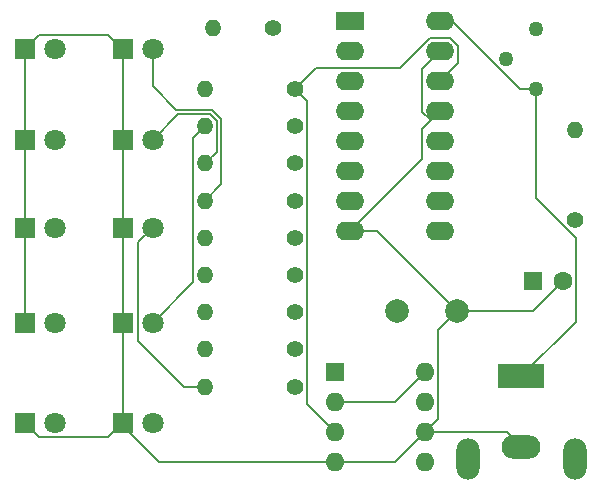
<source format=gbr>
%TF.GenerationSoftware,KiCad,Pcbnew,8.0.4*%
%TF.CreationDate,2025-07-19T03:21:48+10:00*%
%TF.ProjectId,new ki cad,6e657720-6b69-4206-9361-642e6b696361,rev?*%
%TF.SameCoordinates,Original*%
%TF.FileFunction,Copper,L1,Top*%
%TF.FilePolarity,Positive*%
%FSLAX46Y46*%
G04 Gerber Fmt 4.6, Leading zero omitted, Abs format (unit mm)*
G04 Created by KiCad (PCBNEW 8.0.4) date 2025-07-19 03:21:48*
%MOMM*%
%LPD*%
G01*
G04 APERTURE LIST*
%TA.AperFunction,ComponentPad*%
%ADD10R,4.000000X2.000000*%
%TD*%
%TA.AperFunction,ComponentPad*%
%ADD11O,3.300000X2.000000*%
%TD*%
%TA.AperFunction,ComponentPad*%
%ADD12O,2.000000X3.500000*%
%TD*%
%TA.AperFunction,ComponentPad*%
%ADD13C,1.400000*%
%TD*%
%TA.AperFunction,ComponentPad*%
%ADD14O,1.400000X1.400000*%
%TD*%
%TA.AperFunction,ComponentPad*%
%ADD15R,1.600000X1.600000*%
%TD*%
%TA.AperFunction,ComponentPad*%
%ADD16C,1.600000*%
%TD*%
%TA.AperFunction,ComponentPad*%
%ADD17R,1.800000X1.800000*%
%TD*%
%TA.AperFunction,ComponentPad*%
%ADD18C,1.800000*%
%TD*%
%TA.AperFunction,ComponentPad*%
%ADD19C,2.000000*%
%TD*%
%TA.AperFunction,ComponentPad*%
%ADD20C,1.260000*%
%TD*%
%TA.AperFunction,ComponentPad*%
%ADD21O,1.600000X1.600000*%
%TD*%
%TA.AperFunction,ComponentPad*%
%ADD22R,2.400000X1.600000*%
%TD*%
%TA.AperFunction,ComponentPad*%
%ADD23O,2.400000X1.600000*%
%TD*%
%TA.AperFunction,Conductor*%
%ADD24C,0.200000*%
%TD*%
G04 APERTURE END LIST*
D10*
%TO.P,BT1,1,+*%
%TO.N,Net-(BT1-+)*%
X141000000Y-88500000D03*
D11*
%TO.P,BT1,2,-*%
%TO.N,Net-(BT1--)*%
X141000000Y-94500000D03*
D12*
%TO.P,BT1,MP*%
%TO.N,N/C*%
X136500000Y-95500000D03*
X145500000Y-95500000D03*
%TD*%
D13*
%TO.P,R6,1*%
%TO.N,Net-(U3-6)*%
X121810000Y-76800000D03*
D14*
%TO.P,R6,2*%
%TO.N,Net-(D5-A)*%
X114190000Y-76800000D03*
%TD*%
D13*
%TO.P,R8,1*%
%TO.N,Net-(U3-8)*%
X121810000Y-70500000D03*
D14*
%TO.P,R8,2*%
%TO.N,Net-(D7-A)*%
X114190000Y-70500000D03*
%TD*%
D13*
%TO.P,R5,1*%
%TO.N,Net-(U3-5)*%
X121810000Y-79950000D03*
D14*
%TO.P,R5,2*%
%TO.N,Net-(D4-A)*%
X114190000Y-79950000D03*
%TD*%
D13*
%TO.P,R10,1*%
%TO.N,Net-(U2-Q)*%
X121810000Y-64200000D03*
D14*
%TO.P,R10,2*%
%TO.N,Net-(D10-A)*%
X114190000Y-64200000D03*
%TD*%
D15*
%TO.P,C1,1*%
%TO.N,Net-(C1-Pad1)*%
X142000000Y-80500000D03*
D16*
%TO.P,C1,2*%
%TO.N,Net-(BT1--)*%
X144500000Y-80500000D03*
%TD*%
D13*
%TO.P,R3,1*%
%TO.N,Net-(U3-3)*%
X121810000Y-86250000D03*
D14*
%TO.P,R3,2*%
%TO.N,Net-(D2-A)*%
X114190000Y-86250000D03*
%TD*%
D17*
%TO.P,D7,1,K*%
%TO.N,Net-(BT1--)*%
X107225000Y-68500000D03*
D18*
%TO.P,D7,2,A*%
%TO.N,Net-(D7-A)*%
X109765000Y-68500000D03*
%TD*%
D19*
%TO.P,C2,1*%
%TO.N,Net-(U2-CV)*%
X130500000Y-83000000D03*
%TO.P,C2,2*%
%TO.N,Net-(BT1--)*%
X135500000Y-83000000D03*
%TD*%
D20*
%TO.P,R11,1*%
%TO.N,Net-(BT1-+)*%
X142200000Y-64200000D03*
%TO.P,R11,2*%
%TO.N,Net-(U2-Q)*%
X139660000Y-61660000D03*
%TO.P,R11,3*%
%TO.N,N/C*%
X142200000Y-59120000D03*
%TD*%
D13*
%TO.P,R1,1*%
%TO.N,Net-(U3-1)*%
X121810000Y-89400000D03*
D14*
%TO.P,R1,2*%
%TO.N,Net-(D8-A)*%
X114190000Y-89400000D03*
%TD*%
D17*
%TO.P,D9,1,K*%
%TO.N,Net-(BT1--)*%
X107225000Y-84000000D03*
D18*
%TO.P,D9,2,A*%
%TO.N,Net-(D9-A)*%
X109765000Y-84000000D03*
%TD*%
D17*
%TO.P,D4,1,K*%
%TO.N,Net-(BT1--)*%
X98960000Y-84000000D03*
D18*
%TO.P,D4,2,A*%
%TO.N,Net-(D4-A)*%
X101500000Y-84000000D03*
%TD*%
D17*
%TO.P,D1,1,K*%
%TO.N,Net-(BT1--)*%
X98960000Y-60800000D03*
D18*
%TO.P,D1,2,A*%
%TO.N,Net-(D1-A)*%
X101500000Y-60800000D03*
%TD*%
D13*
%TO.P,R4,1*%
%TO.N,Net-(U3-4)*%
X121810000Y-83100000D03*
D14*
%TO.P,R4,2*%
%TO.N,Net-(D3-A)*%
X114190000Y-83100000D03*
%TD*%
D17*
%TO.P,D2,1,K*%
%TO.N,Net-(BT1--)*%
X98960000Y-68500000D03*
D18*
%TO.P,D2,2,A*%
%TO.N,Net-(D2-A)*%
X101500000Y-68500000D03*
%TD*%
D17*
%TO.P,D3,1,K*%
%TO.N,Net-(BT1--)*%
X98960000Y-76000000D03*
D18*
%TO.P,D3,2,A*%
%TO.N,Net-(D3-A)*%
X101500000Y-76000000D03*
%TD*%
D15*
%TO.P,U2,1,GND*%
%TO.N,unconnected-(U2-GND-Pad1)*%
X125200000Y-88200000D03*
D21*
%TO.P,U2,2,TR*%
%TO.N,Net-(BT1-+)*%
X125200000Y-90740000D03*
%TO.P,U2,3,Q*%
%TO.N,Net-(U2-Q)*%
X125200000Y-93280000D03*
%TO.P,U2,4,R*%
%TO.N,Net-(BT1--)*%
X125200000Y-95820000D03*
%TO.P,U2,5,CV*%
%TO.N,Net-(U2-CV)*%
X132820000Y-95820000D03*
%TO.P,U2,6,THR*%
%TO.N,Net-(BT1--)*%
X132820000Y-93280000D03*
%TO.P,U2,7,DIS*%
%TO.N,Net-(U2-DIS)*%
X132820000Y-90740000D03*
%TO.P,U2,8,VCC*%
%TO.N,Net-(BT1-+)*%
X132820000Y-88200000D03*
%TD*%
D17*
%TO.P,D6,1,K*%
%TO.N,Net-(BT1--)*%
X107225000Y-60800000D03*
D18*
%TO.P,D6,2,A*%
%TO.N,Net-(D6-A)*%
X109765000Y-60800000D03*
%TD*%
D17*
%TO.P,D5,1,K*%
%TO.N,Net-(BT1--)*%
X98960000Y-92500000D03*
D18*
%TO.P,D5,2,A*%
%TO.N,Net-(D5-A)*%
X101500000Y-92500000D03*
%TD*%
D13*
%TO.P,RV1,1,1*%
%TO.N,Net-(C1-Pad1)*%
X145500000Y-75310000D03*
D14*
%TO.P,RV1,2,2*%
%TO.N,Net-(U2-DIS)*%
X145500000Y-67690000D03*
%TD*%
D22*
%TO.P,U3,1,5*%
%TO.N,Net-(U3-5)*%
X126500000Y-58460000D03*
D23*
%TO.P,U3,2,1*%
%TO.N,Net-(U3-1)*%
X126500000Y-61000000D03*
%TO.P,U3,3,O*%
%TO.N,unconnected-(U3-O-Pad3)*%
X126500000Y-63540000D03*
%TO.P,U3,4,2*%
%TO.N,Net-(U3-2)*%
X126500000Y-66080000D03*
%TO.P,U3,5,6*%
%TO.N,Net-(U3-6)*%
X126500000Y-68620000D03*
%TO.P,U3,6,7*%
%TO.N,Net-(U3-7)*%
X126500000Y-71160000D03*
%TO.P,U3,7,3*%
%TO.N,Net-(U3-3)*%
X126500000Y-73700000D03*
%TO.P,U3,8,VSS*%
%TO.N,Net-(BT1--)*%
X126500000Y-76240000D03*
%TO.P,U3,9,8*%
%TO.N,Net-(U3-8)*%
X134120000Y-76240000D03*
%TO.P,U3,10,4*%
%TO.N,Net-(U3-4)*%
X134120000Y-73700000D03*
%TO.P,U3,11,9*%
%TO.N,Net-(U3-9)*%
X134120000Y-71160000D03*
%TO.P,U3,12,CARRY_OUT*%
%TO.N,unconnected-(U3-CARRY_OUT-Pad12)*%
X134120000Y-68620000D03*
%TO.P,U3,13,CLOCK_INHIBIT*%
%TO.N,Net-(BT1--)*%
X134120000Y-66080000D03*
%TO.P,U3,14,CLOCK*%
%TO.N,Net-(U2-Q)*%
X134120000Y-63540000D03*
%TO.P,U3,15,RESET*%
%TO.N,Net-(BT1--)*%
X134120000Y-61000000D03*
%TO.P,U3,16,VDD*%
%TO.N,Net-(BT1-+)*%
X134120000Y-58460000D03*
%TD*%
D14*
%TO.P,R2,2*%
%TO.N,Net-(D1-A)*%
X114910000Y-59000000D03*
D13*
%TO.P,R2,1*%
%TO.N,Net-(U3-2)*%
X119990000Y-59000000D03*
%TD*%
D17*
%TO.P,D8,1,K*%
%TO.N,Net-(BT1--)*%
X107225000Y-76000000D03*
D18*
%TO.P,D8,2,A*%
%TO.N,Net-(D8-A)*%
X109765000Y-76000000D03*
%TD*%
D13*
%TO.P,R7,1*%
%TO.N,Net-(U3-7)*%
X121810000Y-73650000D03*
D14*
%TO.P,R7,2*%
%TO.N,Net-(D6-A)*%
X114190000Y-73650000D03*
%TD*%
D13*
%TO.P,R9,1*%
%TO.N,Net-(U3-9)*%
X121810000Y-67350000D03*
D14*
%TO.P,R9,2*%
%TO.N,Net-(D9-A)*%
X114190000Y-67350000D03*
%TD*%
D17*
%TO.P,D10,1,K*%
%TO.N,Net-(BT1--)*%
X107225000Y-92500000D03*
D18*
%TO.P,D10,2,A*%
%TO.N,Net-(D10-A)*%
X109765000Y-92500000D03*
%TD*%
D24*
%TO.N,Net-(BT1--)*%
X132820000Y-93280000D02*
X133920000Y-92180000D01*
X132620000Y-70120000D02*
X132620000Y-67580000D01*
X130280000Y-95820000D02*
X132820000Y-93280000D01*
X106025000Y-93700000D02*
X100160000Y-93700000D01*
X126500000Y-76240000D02*
X132620000Y-70120000D01*
X133350000Y-66850000D02*
X132620000Y-66120000D01*
X132820000Y-93280000D02*
X139780000Y-93280000D01*
X132620000Y-67580000D02*
X133350000Y-66850000D01*
X132620000Y-62500000D02*
X134120000Y-61000000D01*
X132620000Y-66120000D02*
X132620000Y-62500000D01*
X110320000Y-95820000D02*
X125200000Y-95820000D01*
X98960000Y-60800000D02*
X100160000Y-59600000D01*
X125200000Y-95820000D02*
X130280000Y-95820000D01*
X107225000Y-92500000D02*
X106025000Y-93700000D01*
X135500000Y-83000000D02*
X128740000Y-76240000D01*
X100160000Y-59600000D02*
X106025000Y-59600000D01*
X139780000Y-93280000D02*
X141000000Y-94500000D01*
X100160000Y-93700000D02*
X98960000Y-92500000D01*
X107225000Y-92725000D02*
X110320000Y-95820000D01*
X133920000Y-84580000D02*
X135500000Y-83000000D01*
X142000000Y-83000000D02*
X144500000Y-80500000D01*
X135500000Y-83000000D02*
X142000000Y-83000000D01*
X106025000Y-59600000D02*
X107225000Y-60800000D01*
X128740000Y-76240000D02*
X126500000Y-76240000D01*
X98960000Y-84000000D02*
X98960000Y-60800000D01*
X133350000Y-66850000D02*
X134120000Y-66080000D01*
X133920000Y-92180000D02*
X133920000Y-84580000D01*
X107225000Y-60800000D02*
X107225000Y-92725000D01*
%TO.N,Net-(BT1-+)*%
X130280000Y-90740000D02*
X132820000Y-88200000D01*
X140884781Y-64200000D02*
X135144781Y-58460000D01*
X145600000Y-83900000D02*
X145600000Y-76824214D01*
X135144781Y-58460000D02*
X134120000Y-58460000D01*
X142200000Y-73424214D02*
X142200000Y-64200000D01*
X141000000Y-88500000D02*
X145600000Y-83900000D01*
X145600000Y-76824214D02*
X142200000Y-73424214D01*
X125200000Y-90740000D02*
X130280000Y-90740000D01*
X142200000Y-64200000D02*
X140884781Y-64200000D01*
%TO.N,Net-(D6-A)*%
X109765000Y-63965686D02*
X111749314Y-65950000D01*
X111749314Y-65950000D02*
X114769900Y-65950000D01*
X115590000Y-66770100D02*
X115590000Y-72250000D01*
X115590000Y-72250000D02*
X114190000Y-73650000D01*
X109765000Y-60800000D02*
X109765000Y-63965686D01*
X114769900Y-65950000D02*
X115590000Y-66770100D01*
%TO.N,Net-(D7-A)*%
X114604214Y-66350000D02*
X115190000Y-66935786D01*
X115190000Y-66935786D02*
X115190000Y-69500000D01*
X109765000Y-68500000D02*
X111915000Y-66350000D01*
X111915000Y-66350000D02*
X114604214Y-66350000D01*
X115190000Y-69500000D02*
X114190000Y-70500000D01*
%TO.N,Net-(D8-A)*%
X109765000Y-76000000D02*
X108565000Y-77200000D01*
X108565000Y-85565000D02*
X112400000Y-89400000D01*
X112400000Y-89400000D02*
X114190000Y-89400000D01*
X108565000Y-77200000D02*
X108565000Y-85565000D01*
%TO.N,Net-(D9-A)*%
X113190000Y-80575000D02*
X113190000Y-68350000D01*
X109765000Y-84000000D02*
X113190000Y-80575000D01*
X113190000Y-68350000D02*
X114190000Y-67350000D01*
%TO.N,Net-(U2-Q)*%
X133264365Y-59900000D02*
X134975635Y-59900000D01*
X125200000Y-93280000D02*
X122810000Y-90890000D01*
X135620000Y-62040000D02*
X134120000Y-63540000D01*
X134975635Y-59900000D02*
X135620000Y-60544365D01*
X121810000Y-64200000D02*
X123570000Y-62440000D01*
X122810000Y-65200000D02*
X121810000Y-64200000D01*
X135620000Y-60544365D02*
X135620000Y-62040000D01*
X123570000Y-62440000D02*
X130724365Y-62440000D01*
X122810000Y-90890000D02*
X122810000Y-65200000D01*
X130724365Y-62440000D02*
X133264365Y-59900000D01*
%TD*%
M02*

</source>
